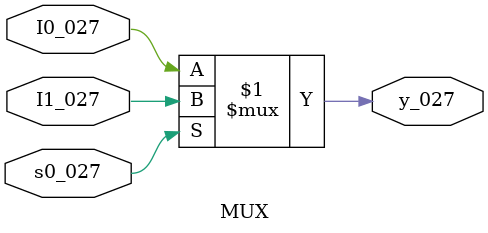
<source format=v>
`timescale 1ns / 1ps


module MUX(
	input I0_027, I1_027,  s0_027,
	output y_027
);
assign y_027 = s0_027 ? I1_027: I0_027;
endmodule
</source>
